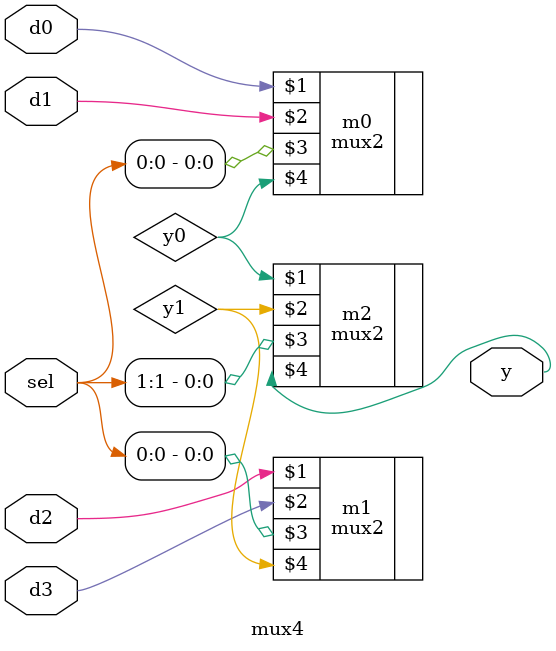
<source format=v>
`timescale 1ns / 1ps

module mux4 (
    input wire d0, d1, d2, d3,
    input wire [1:0] sel,
    output wire y
);
    wire y0, y1;

    mux2 m0(d0, d1, sel[0], y0);
    mux2 m1(d2, d3, sel[0], y1);
    mux2 m2(y0, y1, sel[1], y);
endmodule

</source>
